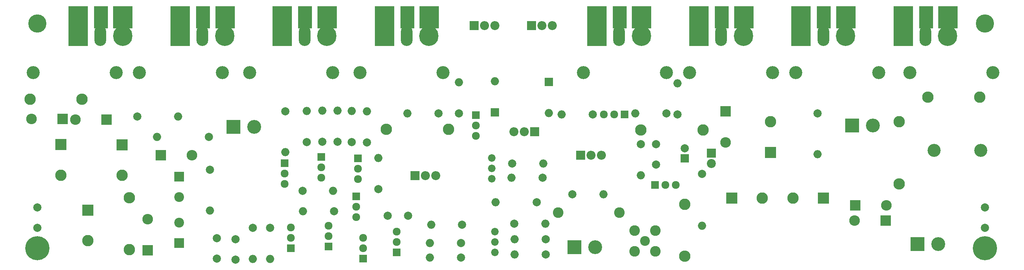
<source format=gbr>
G04 #@! TF.FileFunction,Soldermask,Top*
%FSLAX46Y46*%
G04 Gerber Fmt 4.6, Leading zero omitted, Abs format (unit mm)*
G04 Created by KiCad (PCBNEW 4.0.7) date 09/18/20 03:58:54*
%MOMM*%
%LPD*%
G01*
G04 APERTURE LIST*
%ADD10C,0.100000*%
%ADD11R,2.200000X2.200000*%
%ADD12O,2.200000X2.200000*%
%ADD13R,2.800000X2.800000*%
%ADD14C,2.800000*%
%ADD15C,2.600000*%
%ADD16C,2.400000*%
%ADD17R,2.000000X2.000000*%
%ADD18C,2.000000*%
%ADD19C,1.920000*%
%ADD20R,1.920000X1.920000*%
%ADD21O,2.000000X2.000000*%
%ADD22R,2.400000X2.400000*%
%ADD23R,2.600000X2.600000*%
%ADD24O,2.600000X2.600000*%
%ADD25C,2.200000*%
%ADD26C,1.840000*%
%ADD27O,2.800000X2.800000*%
%ADD28R,4.700000X5.400000*%
%ADD29R,3.400000X5.400000*%
%ADD30R,4.700000X4.900000*%
%ADD31O,2.900000X4.900000*%
%ADD32O,4.700000X4.900000*%
%ADD33C,3.200000*%
%ADD34O,3.200000X3.200000*%
%ADD35R,3.400000X3.400000*%
%ADD36C,3.400000*%
%ADD37C,5.900000*%
%ADD38C,4.464000*%
G04 APERTURE END LIST*
D10*
D11*
X151750000Y-73500000D03*
D12*
X149210000Y-73500000D03*
X146670000Y-73500000D03*
D13*
X50750000Y-76650000D03*
D14*
X50750000Y-84150000D03*
D15*
X176210000Y-102790000D03*
X176210000Y-97710000D03*
X181290000Y-97710000D03*
X181290000Y-102790000D03*
D16*
X178750000Y-100250000D03*
D17*
X188500000Y-80000000D03*
D18*
X188500000Y-77500000D03*
D19*
X118000000Y-100460000D03*
X118000000Y-97920000D03*
D20*
X118000000Y-103000000D03*
D19*
X90550000Y-83740000D03*
X90550000Y-86280000D03*
D20*
X90550000Y-81200000D03*
D18*
X184000000Y-69000000D03*
D21*
X176380000Y-69000000D03*
D18*
X134000000Y-96250000D03*
D21*
X126500000Y-96250000D03*
D18*
X94950000Y-87950000D03*
D21*
X102450000Y-87950000D03*
D18*
X73950000Y-104550000D03*
X73950000Y-99550000D03*
X181500000Y-76500000D03*
X181500000Y-81500000D03*
X78500000Y-104750000D03*
X78500000Y-99750000D03*
D22*
X64750000Y-100750000D03*
D16*
X64750000Y-95750000D03*
D22*
X64750000Y-84500000D03*
D16*
X64750000Y-89500000D03*
D18*
X115750000Y-94000000D03*
X120750000Y-94000000D03*
X152250000Y-90750000D03*
D21*
X142250000Y-90750000D03*
D18*
X54500000Y-69750000D03*
D21*
X64500000Y-69750000D03*
D18*
X90700000Y-68450000D03*
D21*
X90700000Y-78450000D03*
D13*
X209500000Y-78500000D03*
D14*
X209500000Y-71000000D03*
D18*
X221000000Y-69000000D03*
D21*
X221000000Y-79000000D03*
D23*
X57000000Y-102500000D03*
D24*
X57000000Y-94880000D03*
D11*
X195000000Y-78750000D03*
D25*
X195000000Y-81290000D03*
D17*
X142000000Y-68750000D03*
D21*
X142000000Y-61130000D03*
D17*
X155250000Y-61250000D03*
D21*
X155250000Y-68870000D03*
D23*
X60250000Y-79250000D03*
D24*
X67870000Y-79250000D03*
D23*
X198500000Y-68500000D03*
D24*
X198500000Y-76120000D03*
D18*
X146750000Y-96000000D03*
D21*
X154370000Y-96000000D03*
D18*
X161000000Y-88750000D03*
D21*
X168620000Y-88750000D03*
D18*
X99800000Y-75950000D03*
D21*
X99800000Y-68330000D03*
D18*
X96000000Y-76000000D03*
D21*
X96000000Y-68380000D03*
D18*
X102650000Y-92950000D03*
D21*
X95030000Y-92950000D03*
D18*
X133750000Y-100750000D03*
D21*
X126130000Y-100750000D03*
D18*
X133750000Y-104250000D03*
D21*
X126130000Y-104250000D03*
D18*
X154500000Y-99750000D03*
D21*
X146880000Y-99750000D03*
D18*
X154500000Y-103500000D03*
D21*
X146880000Y-103500000D03*
D26*
X142000000Y-103000000D03*
X142000000Y-100460000D03*
X142000000Y-97920000D03*
D14*
X188500000Y-91250000D03*
D27*
X188500000Y-103950000D03*
D18*
X177750000Y-76500000D03*
D21*
X177750000Y-84120000D03*
D14*
X52550000Y-102350000D03*
D27*
X52550000Y-89650000D03*
D18*
X87000000Y-97000000D03*
D21*
X87000000Y-104620000D03*
D18*
X82750000Y-97000000D03*
D21*
X82750000Y-104620000D03*
D18*
X192750000Y-83750000D03*
D21*
X192750000Y-96450000D03*
D18*
X103500000Y-75950000D03*
D21*
X103500000Y-68330000D03*
D18*
X110700000Y-76100000D03*
D21*
X110700000Y-68480000D03*
D18*
X107000000Y-76000000D03*
D21*
X107000000Y-68380000D03*
D18*
X113500000Y-87500000D03*
D21*
X113500000Y-79880000D03*
D18*
X146250000Y-81250000D03*
D21*
X153870000Y-81250000D03*
D26*
X141250000Y-85000000D03*
X141250000Y-82460000D03*
X141250000Y-79920000D03*
D18*
X153750000Y-84750000D03*
D21*
X146130000Y-84750000D03*
D18*
X166000000Y-69250000D03*
D21*
X158380000Y-69250000D03*
D18*
X128250000Y-69000000D03*
D21*
X120630000Y-69000000D03*
D14*
X193000000Y-73000000D03*
D27*
X177760000Y-73000000D03*
D18*
X133250000Y-69000000D03*
D21*
X133250000Y-61380000D03*
D18*
X186750000Y-69250000D03*
D21*
X186750000Y-61630000D03*
D14*
X28250000Y-65500000D03*
D27*
X40950000Y-65500000D03*
D14*
X260750000Y-65000000D03*
D27*
X248050000Y-65000000D03*
D18*
X72000000Y-74750000D03*
D21*
X59300000Y-74750000D03*
D28*
X50968000Y-45428000D03*
D29*
X45588000Y-45428000D03*
D30*
X40000000Y-50000000D03*
D31*
X45450000Y-50000000D03*
D32*
X50900000Y-50000000D03*
D28*
X40000000Y-45428000D03*
X252968000Y-45428000D03*
D29*
X247588000Y-45428000D03*
D30*
X242000000Y-50000000D03*
D31*
X247450000Y-50000000D03*
D32*
X252900000Y-50000000D03*
D28*
X242000000Y-45428000D03*
X75968000Y-45428000D03*
D29*
X70588000Y-45428000D03*
D30*
X65000000Y-50000000D03*
D31*
X70450000Y-50000000D03*
D32*
X75900000Y-50000000D03*
D28*
X65000000Y-45428000D03*
X227968000Y-45428000D03*
D29*
X222588000Y-45428000D03*
D30*
X217000000Y-50000000D03*
D31*
X222450000Y-50000000D03*
D32*
X227900000Y-50000000D03*
D28*
X217000000Y-45428000D03*
X100968000Y-45428000D03*
D29*
X95588000Y-45428000D03*
D30*
X90000000Y-50000000D03*
D31*
X95450000Y-50000000D03*
D32*
X100900000Y-50000000D03*
D28*
X90000000Y-45428000D03*
X202968000Y-45428000D03*
D29*
X197588000Y-45428000D03*
D30*
X192000000Y-50000000D03*
D31*
X197450000Y-50000000D03*
D32*
X202900000Y-50000000D03*
D28*
X192000000Y-45428000D03*
X125968000Y-45428000D03*
D29*
X120588000Y-45428000D03*
D30*
X115000000Y-50000000D03*
D31*
X120450000Y-50000000D03*
D32*
X125900000Y-50000000D03*
D28*
X115000000Y-45428000D03*
X177968000Y-45428000D03*
D29*
X172588000Y-45428000D03*
D30*
X167000000Y-50000000D03*
D31*
X172450000Y-50000000D03*
D32*
X177900000Y-50000000D03*
D28*
X167000000Y-45428000D03*
D33*
X29000000Y-59000000D03*
D34*
X49320000Y-59000000D03*
D33*
X264000000Y-59000000D03*
D34*
X243680000Y-59000000D03*
D33*
X55000000Y-59000000D03*
D34*
X75320000Y-59000000D03*
D33*
X236000000Y-59000000D03*
D34*
X215680000Y-59000000D03*
D33*
X82000000Y-59000000D03*
D34*
X102320000Y-59000000D03*
D33*
X210000000Y-59000000D03*
D34*
X189680000Y-59000000D03*
D33*
X109000000Y-59000000D03*
D34*
X129320000Y-59000000D03*
D33*
X184000000Y-59000000D03*
D34*
X163680000Y-59000000D03*
D35*
X245500000Y-101000000D03*
D36*
X250580000Y-101000000D03*
D35*
X229500000Y-71900000D03*
D36*
X234580000Y-71900000D03*
D35*
X78000000Y-72250000D03*
D36*
X83080000Y-72250000D03*
D37*
X262000000Y-102000000D03*
D38*
X262000000Y-47000000D03*
D37*
X30000000Y-102000000D03*
D38*
X30000000Y-47000000D03*
D35*
X161500000Y-101750000D03*
D36*
X166580000Y-101750000D03*
D13*
X35750000Y-76600000D03*
D14*
X35750000Y-84100000D03*
D13*
X42350000Y-92650000D03*
D14*
X42350000Y-100150000D03*
D13*
X222500000Y-89750000D03*
D14*
X215000000Y-89750000D03*
D13*
X200000000Y-89750000D03*
D14*
X207500000Y-89750000D03*
X130700000Y-72900000D03*
D27*
X115460000Y-72900000D03*
D18*
X262000000Y-92000000D03*
X262000000Y-97000000D03*
X30000000Y-92000000D03*
X30000000Y-97000000D03*
D15*
X157500000Y-93250000D03*
X172500000Y-93250000D03*
D33*
X261000000Y-78000000D03*
X249570000Y-78000000D03*
D14*
X241000000Y-71000000D03*
D27*
X241000000Y-86240000D03*
D19*
X109800000Y-102010000D03*
X109800000Y-99470000D03*
D20*
X109800000Y-104550000D03*
D19*
X99500000Y-82140000D03*
X99500000Y-84680000D03*
D20*
X99500000Y-79600000D03*
D19*
X101350000Y-99010000D03*
X101350000Y-96470000D03*
D20*
X101350000Y-101550000D03*
D19*
X92100000Y-99410000D03*
X92100000Y-96870000D03*
D20*
X92100000Y-101950000D03*
D19*
X183790000Y-86500000D03*
X186330000Y-86500000D03*
D20*
X181250000Y-86500000D03*
D19*
X108100000Y-91840000D03*
X108100000Y-94380000D03*
D20*
X108100000Y-89300000D03*
D19*
X108550000Y-82490000D03*
X108550000Y-85030000D03*
D20*
X108550000Y-79950000D03*
D19*
X137400000Y-71940000D03*
X137400000Y-74480000D03*
D20*
X137400000Y-69400000D03*
D19*
X171210000Y-69250000D03*
X168670000Y-69250000D03*
D20*
X173750000Y-69250000D03*
D23*
X47000000Y-70500000D03*
D24*
X39380000Y-70500000D03*
D23*
X237750000Y-95250000D03*
D24*
X230130000Y-95250000D03*
D23*
X36200000Y-70350000D03*
D24*
X28580000Y-70350000D03*
D23*
X230250000Y-91500000D03*
D24*
X237870000Y-91500000D03*
D11*
X122500000Y-84250000D03*
D12*
X125040000Y-84250000D03*
X127580000Y-84250000D03*
D11*
X163000000Y-79250000D03*
D12*
X165540000Y-79250000D03*
X168080000Y-79250000D03*
D11*
X137000000Y-47500000D03*
D12*
X139540000Y-47500000D03*
X142080000Y-47500000D03*
D11*
X151000000Y-47500000D03*
D12*
X153540000Y-47500000D03*
X156080000Y-47500000D03*
D18*
X72250000Y-82750000D03*
D21*
X72250000Y-92750000D03*
M02*

</source>
